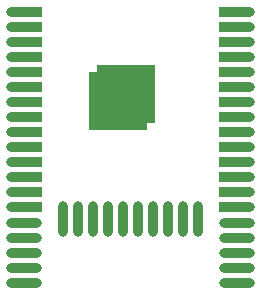
<source format=gbr>
G04 #@! TF.GenerationSoftware,KiCad,Pcbnew,(5.1.4-6-g300381ba4)-1*
G04 #@! TF.CreationDate,2020-01-10T02:39:22+00:00*
G04 #@! TF.ProjectId,esp32-wrover-breakout,65737033-322d-4777-926f-7665722d6272,rev?*
G04 #@! TF.SameCoordinates,Original*
G04 #@! TF.FileFunction,Paste,Top*
G04 #@! TF.FilePolarity,Positive*
%FSLAX46Y46*%
G04 Gerber Fmt 4.6, Leading zero omitted, Abs format (unit mm)*
G04 Created by KiCad (PCBNEW (5.1.4-6-g300381ba4)-1) date 2020-01-10 02:39:22*
%MOMM*%
%LPD*%
G04 APERTURE LIST*
%ADD10R,2.000000X0.900000*%
%ADD11O,0.900000X3.000000*%
%ADD12R,5.000000X5.000000*%
%ADD13O,3.000000X0.900000*%
G04 APERTURE END LIST*
D10*
X146930000Y-72009000D03*
X146930000Y-73279000D03*
X146930000Y-74549000D03*
X146930000Y-75819000D03*
X146930000Y-77089000D03*
X146930000Y-78359000D03*
X146930000Y-79629000D03*
X146930000Y-80899000D03*
X146930000Y-82169000D03*
X146930000Y-83439000D03*
X146930000Y-84709000D03*
X146930000Y-85979000D03*
X146930000Y-87249000D03*
X146930000Y-88519000D03*
D11*
X144145000Y-89519000D03*
X142875000Y-89519000D03*
X141605000Y-89519000D03*
X140335000Y-89519000D03*
X139065000Y-89519000D03*
X137795000Y-89519000D03*
X136525000Y-89519000D03*
X135255000Y-89519000D03*
X133985000Y-89519000D03*
X132715000Y-89519000D03*
D10*
X129930000Y-88519000D03*
X129930000Y-87249000D03*
X129930000Y-85979000D03*
X129930000Y-84709000D03*
X129930000Y-83439000D03*
X129930000Y-82169000D03*
X129930000Y-80899000D03*
X129930000Y-79629000D03*
X129930000Y-78359000D03*
X129930000Y-77089000D03*
X129930000Y-75819000D03*
X129930000Y-74549000D03*
X129930000Y-73279000D03*
X129930000Y-72009000D03*
D12*
X137430000Y-79509000D03*
X138030000Y-78950000D03*
D13*
X129430000Y-72030000D03*
X129430000Y-73300000D03*
X129430000Y-74570000D03*
X129430000Y-75840000D03*
X129430000Y-77110000D03*
X129430000Y-78380000D03*
X129430000Y-79650000D03*
X129430000Y-80920000D03*
X129430000Y-82190000D03*
X129430000Y-83460000D03*
X129430000Y-84730000D03*
X129430000Y-86000000D03*
X129430000Y-87270000D03*
X129430000Y-88540000D03*
X129430000Y-89840000D03*
X129430000Y-91110000D03*
X129430000Y-92380000D03*
X129430000Y-93650000D03*
X129430000Y-94920000D03*
X147430000Y-94920000D03*
X147430000Y-93650000D03*
X147430000Y-92380000D03*
X147430000Y-91110000D03*
X147430000Y-89840000D03*
X147460000Y-88540000D03*
X147460000Y-87270000D03*
X147460000Y-86000000D03*
X147460000Y-84730000D03*
X147460000Y-83460000D03*
X147460000Y-82190000D03*
X147460000Y-80920000D03*
X147460000Y-79650000D03*
X147460000Y-78380000D03*
X147460000Y-77110000D03*
X147460000Y-75840000D03*
X147460000Y-74570000D03*
X147460000Y-73300000D03*
X147460000Y-72030000D03*
M02*

</source>
